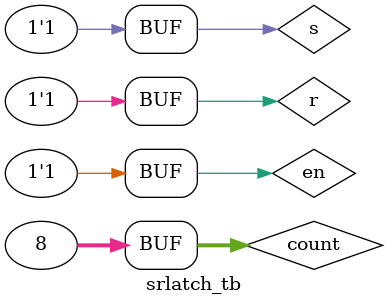
<source format=v>
module srlatch(
    input s,r,en,
    output qfinal,qbarfinal
);
    wire sen,ren,q,qbar;
    
    nand(sen,s,en);
    nand(ren,r,en);
    nand(q,sen,qbar);
    nand(qbar,ren,q);
    and_gate a3(out,q,qbar);
    mux m1(q,out,qfinal);
    mux m2(qbar,out,qbarfinal);
    
endmodule

module not_gate(
	output abar,
	input a
);
	nand(abar,a,a);

endmodule

module and_gate(
    output ab,
    input a,b
);
    wire abbar;
    
    nand(abbar,a,b);
    nand(ab,abbar,abbar);
    
endmodule

module or_gate(
    output ab,
    input a,b
);
    wire abar,bbar;
    
    nand(abar,a,a);
    nand(bbar,b,b);
    nand(ab,abar,bbar);
    
endmodule

module mux(
    input a,b,
    output o
);
    wire bbar,d0,d1;
 
   not_gate n1(bbar,b);
   and_gate a1(d0,a,bbar);
   and_gate a2(d1,b,1'bx);
   or_gate o2(o,d0,d1);
 
endmodule

//TESTBENCH

module srlatch_tb();
    reg en,s,r;
    wire qfinal,qbarfinal;
    
    srlatch uut (.en(en),.s(s),.r(r),.qfinal(qfinal),.qbarfinal(qbarfinal));
    integer count;
    
    initial begin
    for (count=0;count<8;count=count+1)begin
   	 {en,s,r}=count;
   	 #20;
   	 end
    end
endmodule
    	

</source>
